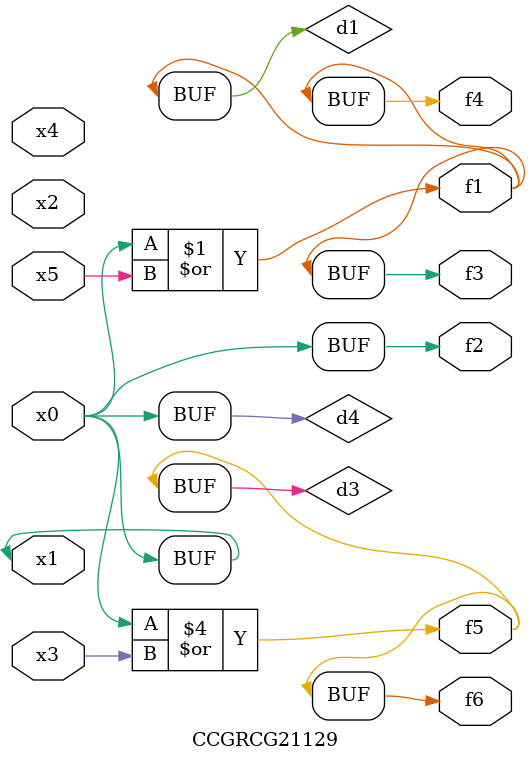
<source format=v>
module CCGRCG21129(
	input x0, x1, x2, x3, x4, x5,
	output f1, f2, f3, f4, f5, f6
);

	wire d1, d2, d3, d4;

	or (d1, x0, x5);
	xnor (d2, x1, x4);
	or (d3, x0, x3);
	buf (d4, x0, x1);
	assign f1 = d1;
	assign f2 = d4;
	assign f3 = d1;
	assign f4 = d1;
	assign f5 = d3;
	assign f6 = d3;
endmodule

</source>
